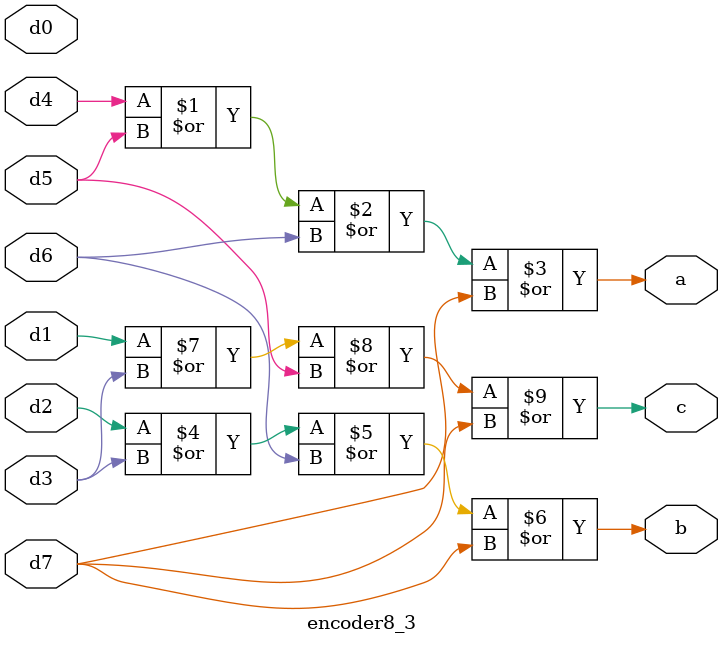
<source format=v>
module encoder8_3(input d0,d1,d2,d3,d4,d5,d6,d7, output a,b,c);
  assign a = d4|d5|d6|d7  ;
  assign b = d2|d3|d6|d7  ;
  assign c = d1|d3|d5|d7  ;
endmodule

</source>
